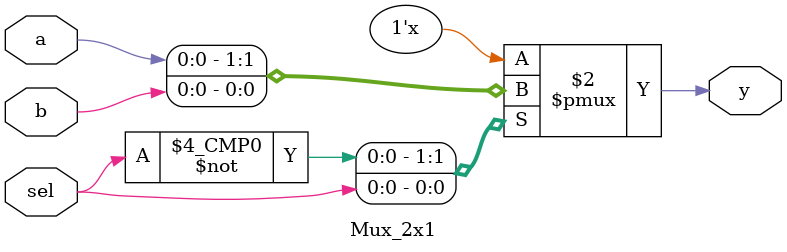
<source format=v>
module Mux_2x1 (a,b,sel,y);
    input wire a,b,sel;
    output reg y;

    always @(*) begin
        case (sel)
            1'b0: y = a;
            1'b1: y = b;
        endcase
    end

endmodule
</source>
